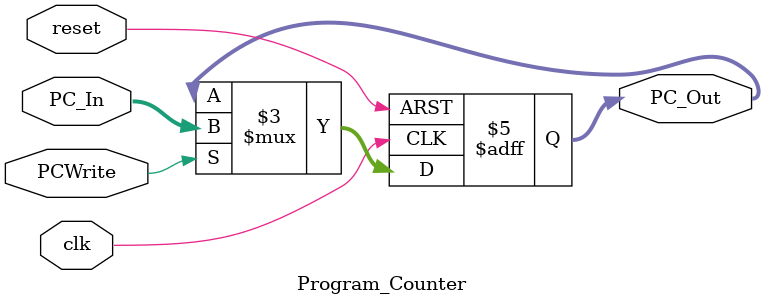
<source format=v>
module Program_Counter(
input PCWrite, 
input [63:0] PC_In,
input clk, 
input reset, 
output reg [63:0] PC_Out

); 

	always @(posedge reset or posedge clk)
	begin 	
	if (reset == 1)  
		begin 
			PC_Out <= 64'h0000000000000000; 
		end 
	
	else if (PCWrite)
		begin 
		PC_Out <= PC_In; 
		end 
	end 
	
endmodule 	

</source>
